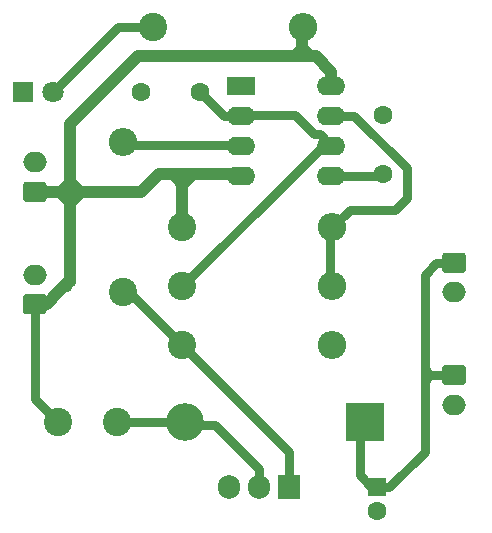
<source format=gbr>
%TF.GenerationSoftware,KiCad,Pcbnew,5.1.10-88a1d61d58~90~ubuntu20.04.1*%
%TF.CreationDate,2022-01-16T22:29:31+00:00*%
%TF.ProjectId,12_24_boost_converter,31325f32-345f-4626-9f6f-73745f636f6e,rev?*%
%TF.SameCoordinates,Original*%
%TF.FileFunction,Copper,L1,Top*%
%TF.FilePolarity,Positive*%
%FSLAX46Y46*%
G04 Gerber Fmt 4.6, Leading zero omitted, Abs format (unit mm)*
G04 Created by KiCad (PCBNEW 5.1.10-88a1d61d58~90~ubuntu20.04.1) date 2022-01-16 22:29:31*
%MOMM*%
%LPD*%
G01*
G04 APERTURE LIST*
%TA.AperFunction,ComponentPad*%
%ADD10O,2.000000X1.700000*%
%TD*%
%TA.AperFunction,ComponentPad*%
%ADD11C,2.400000*%
%TD*%
%TA.AperFunction,ComponentPad*%
%ADD12O,2.400000X2.400000*%
%TD*%
%TA.AperFunction,ComponentPad*%
%ADD13C,1.800000*%
%TD*%
%TA.AperFunction,ComponentPad*%
%ADD14R,1.800000X1.800000*%
%TD*%
%TA.AperFunction,ComponentPad*%
%ADD15O,3.200000X3.200000*%
%TD*%
%TA.AperFunction,ComponentPad*%
%ADD16R,3.200000X3.200000*%
%TD*%
%TA.AperFunction,ComponentPad*%
%ADD17R,2.400000X1.600000*%
%TD*%
%TA.AperFunction,ComponentPad*%
%ADD18O,2.400000X1.600000*%
%TD*%
%TA.AperFunction,ComponentPad*%
%ADD19R,1.600000X1.600000*%
%TD*%
%TA.AperFunction,ComponentPad*%
%ADD20C,1.600000*%
%TD*%
%TA.AperFunction,ComponentPad*%
%ADD21R,1.905000X2.000000*%
%TD*%
%TA.AperFunction,ComponentPad*%
%ADD22O,1.905000X2.000000*%
%TD*%
%TA.AperFunction,Conductor*%
%ADD23C,0.750000*%
%TD*%
%TA.AperFunction,Conductor*%
%ADD24C,1.000000*%
%TD*%
G04 APERTURE END LIST*
D10*
%TO.P,J4,2*%
%TO.N,GND*%
X145500000Y-116500000D03*
%TO.P,J4,1*%
%TO.N,+24V*%
%TA.AperFunction,ComponentPad*%
G36*
G01*
X144750000Y-113150000D02*
X146250000Y-113150000D01*
G75*
G02*
X146500000Y-113400000I0J-250000D01*
G01*
X146500000Y-114600000D01*
G75*
G02*
X146250000Y-114850000I-250000J0D01*
G01*
X144750000Y-114850000D01*
G75*
G02*
X144500000Y-114600000I0J250000D01*
G01*
X144500000Y-113400000D01*
G75*
G02*
X144750000Y-113150000I250000J0D01*
G01*
G37*
%TD.AperFunction*%
%TD*%
D11*
%TO.P,L1,2*%
%TO.N,Net-(D1-Pad2)*%
X117000000Y-118000000D03*
%TO.P,L1,1*%
%TO.N,+12V*%
X112000000Y-118000000D03*
%TD*%
D12*
%TO.P,R5,2*%
%TO.N,+12V*%
X132700000Y-84500000D03*
D11*
%TO.P,R5,1*%
%TO.N,Net-(D2-Pad2)*%
X120000000Y-84500000D03*
%TD*%
D13*
%TO.P,D2,2*%
%TO.N,Net-(D2-Pad2)*%
X111540000Y-90000000D03*
D14*
%TO.P,D2,1*%
%TO.N,GND*%
X109000000Y-90000000D03*
%TD*%
D15*
%TO.P,D1,2*%
%TO.N,Net-(D1-Pad2)*%
X122760000Y-118000000D03*
D16*
%TO.P,D1,1*%
%TO.N,+24V*%
X138000000Y-118000000D03*
%TD*%
D17*
%TO.P,U1,1*%
%TO.N,GND*%
X127500000Y-89500000D03*
D18*
%TO.P,U1,5*%
%TO.N,Net-(C2-Pad2)*%
X135120000Y-97120000D03*
%TO.P,U1,2*%
%TO.N,Net-(C1-Pad2)*%
X127500000Y-92040000D03*
%TO.P,U1,6*%
X135120000Y-94580000D03*
%TO.P,U1,3*%
%TO.N,Net-(R3-Pad2)*%
X127500000Y-94580000D03*
%TO.P,U1,7*%
%TO.N,Net-(R1-Pad2)*%
X135120000Y-92040000D03*
%TO.P,U1,4*%
%TO.N,+12V*%
X127500000Y-97120000D03*
%TO.P,U1,8*%
X135120000Y-89500000D03*
%TD*%
D12*
%TO.P,R1,2*%
%TO.N,Net-(R1-Pad2)*%
X135200000Y-101500000D03*
D11*
%TO.P,R1,1*%
%TO.N,+12V*%
X122500000Y-101500000D03*
%TD*%
%TO.P,J3,1*%
%TO.N,+24V*%
%TA.AperFunction,ComponentPad*%
G36*
G01*
X144750000Y-103650000D02*
X146250000Y-103650000D01*
G75*
G02*
X146500000Y-103900000I0J-250000D01*
G01*
X146500000Y-105100000D01*
G75*
G02*
X146250000Y-105350000I-250000J0D01*
G01*
X144750000Y-105350000D01*
G75*
G02*
X144500000Y-105100000I0J250000D01*
G01*
X144500000Y-103900000D01*
G75*
G02*
X144750000Y-103650000I250000J0D01*
G01*
G37*
%TD.AperFunction*%
D10*
%TO.P,J3,2*%
%TO.N,GND*%
X145500000Y-107000000D03*
%TD*%
D19*
%TO.P,C3,1*%
%TO.N,+24V*%
X139000000Y-123500000D03*
D20*
%TO.P,C3,2*%
%TO.N,GND*%
X139000000Y-125500000D03*
%TD*%
D11*
%TO.P,R4,1*%
%TO.N,Net-(Q1-Pad1)*%
X122500000Y-111500000D03*
D12*
%TO.P,R4,2*%
%TO.N,GND*%
X135200000Y-111500000D03*
%TD*%
D11*
%TO.P,R3,1*%
%TO.N,Net-(Q1-Pad1)*%
X117500000Y-107000000D03*
D12*
%TO.P,R3,2*%
%TO.N,Net-(R3-Pad2)*%
X117500000Y-94300000D03*
%TD*%
%TO.P,R2,2*%
%TO.N,Net-(R1-Pad2)*%
X135200000Y-106500000D03*
D11*
%TO.P,R2,1*%
%TO.N,Net-(C1-Pad2)*%
X122500000Y-106500000D03*
%TD*%
D20*
%TO.P,C1,1*%
%TO.N,GND*%
X119000000Y-90000000D03*
%TO.P,C1,2*%
%TO.N,Net-(C1-Pad2)*%
X124000000Y-90000000D03*
%TD*%
%TO.P,J2,1*%
%TO.N,+12V*%
%TA.AperFunction,ComponentPad*%
G36*
G01*
X110750000Y-108850000D02*
X109250000Y-108850000D01*
G75*
G02*
X109000000Y-108600000I0J250000D01*
G01*
X109000000Y-107400000D01*
G75*
G02*
X109250000Y-107150000I250000J0D01*
G01*
X110750000Y-107150000D01*
G75*
G02*
X111000000Y-107400000I0J-250000D01*
G01*
X111000000Y-108600000D01*
G75*
G02*
X110750000Y-108850000I-250000J0D01*
G01*
G37*
%TD.AperFunction*%
D10*
%TO.P,J2,2*%
%TO.N,GND*%
X110000000Y-105500000D03*
%TD*%
D20*
%TO.P,C2,1*%
%TO.N,GND*%
X139500000Y-92000000D03*
%TO.P,C2,2*%
%TO.N,Net-(C2-Pad2)*%
X139500000Y-97000000D03*
%TD*%
D21*
%TO.P,Q1,1*%
%TO.N,Net-(Q1-Pad1)*%
X131500000Y-123500000D03*
D22*
%TO.P,Q1,2*%
%TO.N,Net-(D1-Pad2)*%
X128960000Y-123500000D03*
%TO.P,Q1,3*%
%TO.N,GND*%
X126420000Y-123500000D03*
%TD*%
%TO.P,J1,1*%
%TO.N,+12V*%
%TA.AperFunction,ComponentPad*%
G36*
G01*
X110750000Y-99350000D02*
X109250000Y-99350000D01*
G75*
G02*
X109000000Y-99100000I0J250000D01*
G01*
X109000000Y-97900000D01*
G75*
G02*
X109250000Y-97650000I250000J0D01*
G01*
X110750000Y-97650000D01*
G75*
G02*
X111000000Y-97900000I0J-250000D01*
G01*
X111000000Y-99100000D01*
G75*
G02*
X110750000Y-99350000I-250000J0D01*
G01*
G37*
%TD.AperFunction*%
D10*
%TO.P,J1,2*%
%TO.N,GND*%
X110000000Y-96000000D03*
%TD*%
D23*
%TO.N,Net-(C1-Pad2)*%
X127500000Y-92040000D02*
X127540000Y-92000000D01*
X127540000Y-92000000D02*
X132020000Y-92000000D01*
X132020000Y-92000000D02*
X133630453Y-93610453D01*
X133630453Y-93610453D02*
X134150453Y-93610453D01*
X134150453Y-93610453D02*
X135120000Y-94580000D01*
X126040000Y-92040000D02*
X127500000Y-92040000D01*
X124000000Y-90000000D02*
X126040000Y-92040000D01*
X132000000Y-97000000D02*
X122500000Y-106500000D01*
X134420000Y-94580000D02*
X132000000Y-97000000D01*
X135120000Y-94580000D02*
X134420000Y-94580000D01*
%TO.N,Net-(C2-Pad2)*%
X139500000Y-97000000D02*
X139380000Y-97120000D01*
X139380000Y-97120000D02*
X135120000Y-97120000D01*
%TO.N,+24V*%
X144000000Y-104500000D02*
X145500000Y-104500000D01*
X143000000Y-105500000D02*
X144000000Y-104500000D01*
X140000000Y-123500000D02*
X143000000Y-120500000D01*
X139000000Y-123500000D02*
X140000000Y-123500000D01*
X143500000Y-114000000D02*
X143000000Y-114500000D01*
X145500000Y-114000000D02*
X143500000Y-114000000D01*
X143000000Y-120500000D02*
X143000000Y-114500000D01*
X143500000Y-114000000D02*
X143000000Y-114000000D01*
X143500000Y-114000000D02*
X143000000Y-113500000D01*
X143000000Y-113500000D02*
X143000000Y-105500000D01*
X143000000Y-114500000D02*
X143000000Y-113500000D01*
X138500000Y-123500000D02*
X139000000Y-123500000D01*
X137500000Y-122500000D02*
X138500000Y-123500000D01*
X137500000Y-118500000D02*
X137500000Y-122500000D01*
X138000000Y-118000000D02*
X137500000Y-118500000D01*
%TO.N,Net-(D1-Pad2)*%
X122760000Y-118000000D02*
X123000000Y-118240000D01*
X123000000Y-118240000D02*
X125240000Y-118240000D01*
X125240000Y-118240000D02*
X128960000Y-121960000D01*
X128960000Y-121960000D02*
X128960000Y-123770000D01*
X117000000Y-118000000D02*
X122760000Y-118000000D01*
D24*
%TO.N,+12V*%
X113000000Y-99500000D02*
X113000000Y-100500000D01*
X113000000Y-98500000D02*
X113000000Y-100500000D01*
D23*
X112000000Y-98500000D02*
X113000000Y-97500000D01*
D24*
X110000000Y-98500000D02*
X112000000Y-98500000D01*
X113000000Y-97500000D02*
X113000000Y-99500000D01*
X112000000Y-98500000D02*
X113000000Y-98500000D01*
D23*
X112000000Y-98500000D02*
X113000000Y-99500000D01*
X113000000Y-97500000D02*
X114000000Y-98500000D01*
D24*
X114000000Y-98500000D02*
X113000000Y-98500000D01*
D23*
X113000000Y-99500000D02*
X114000000Y-98500000D01*
X121500000Y-97000000D02*
X122500000Y-98000000D01*
X122500000Y-98000000D02*
X123500000Y-97000000D01*
D24*
X111000000Y-108000000D02*
X110000000Y-108000000D01*
X113000000Y-100500000D02*
X113000000Y-106000000D01*
D23*
X112750000Y-106550000D02*
X112750000Y-106250000D01*
D24*
X113000000Y-106000000D02*
X112750000Y-106250000D01*
D23*
X112100000Y-106900000D02*
X112000000Y-107000000D01*
D24*
X112000000Y-107000000D02*
X111000000Y-108000000D01*
X112750000Y-106250000D02*
X112000000Y-107000000D01*
D23*
X113100000Y-106100000D02*
X113000000Y-106000000D01*
D24*
X122500000Y-101500000D02*
X122500000Y-97000000D01*
X127380000Y-97000000D02*
X123500000Y-97000000D01*
X123500000Y-97000000D02*
X122500000Y-97000000D01*
X122500000Y-97000000D02*
X121500000Y-97000000D01*
X121500000Y-97000000D02*
X120500000Y-97000000D01*
X120500000Y-97000000D02*
X119000000Y-98500000D01*
X119000000Y-98500000D02*
X114000000Y-98500000D01*
X122500000Y-98000000D02*
X122500000Y-97000000D01*
X132620000Y-84580000D02*
X132700000Y-84500000D01*
X132620000Y-86120000D02*
X132620000Y-84580000D01*
D23*
X131740000Y-87000000D02*
X132620000Y-86120000D01*
D24*
X132620000Y-87000000D02*
X132620000Y-86120000D01*
D23*
X131500000Y-87000000D02*
X131740000Y-87000000D01*
D24*
X132620000Y-87000000D02*
X131500000Y-87000000D01*
X135120000Y-88310000D02*
X133810000Y-87000000D01*
X135120000Y-89500000D02*
X135120000Y-88310000D01*
D23*
X132620000Y-86120000D02*
X133500000Y-87000000D01*
D24*
X133500000Y-87000000D02*
X132620000Y-87000000D01*
X133810000Y-87000000D02*
X133500000Y-87000000D01*
X131500000Y-87000000D02*
X118750000Y-87000000D01*
X118750000Y-87000000D02*
X113000000Y-92750000D01*
X113000000Y-92750000D02*
X113000000Y-97500000D01*
D23*
X110000000Y-116000000D02*
X112000000Y-118000000D01*
X110000000Y-108000000D02*
X110000000Y-116000000D01*
%TO.N,Net-(Q1-Pad1)*%
X118000000Y-107000000D02*
X122500000Y-111500000D01*
X117500000Y-107000000D02*
X118000000Y-107000000D01*
X122500000Y-111500000D02*
X131500000Y-120500000D01*
X131500000Y-120500000D02*
X131500000Y-123000000D01*
%TO.N,Net-(R1-Pad2)*%
X135000000Y-101700000D02*
X135200000Y-101500000D01*
X135000000Y-106300000D02*
X135000000Y-101700000D01*
X135200000Y-106500000D02*
X135000000Y-106300000D01*
X135120000Y-92040000D02*
X137040000Y-92040000D01*
X137040000Y-92040000D02*
X141500000Y-96500000D01*
X141500000Y-96500000D02*
X141500000Y-99000000D01*
X141500000Y-99000000D02*
X140500000Y-100000000D01*
X140500000Y-100000000D02*
X136700000Y-100000000D01*
X136700000Y-100000000D02*
X135200000Y-101500000D01*
%TO.N,Net-(R3-Pad2)*%
X127420000Y-94500000D02*
X117800000Y-94500000D01*
X117800000Y-94500000D02*
X117500000Y-94800000D01*
X127500000Y-94580000D02*
X127420000Y-94500000D01*
%TO.N,Net-(D2-Pad2)*%
X117040000Y-84500000D02*
X111540000Y-90000000D01*
X120000000Y-84500000D02*
X117040000Y-84500000D01*
%TD*%
M02*

</source>
